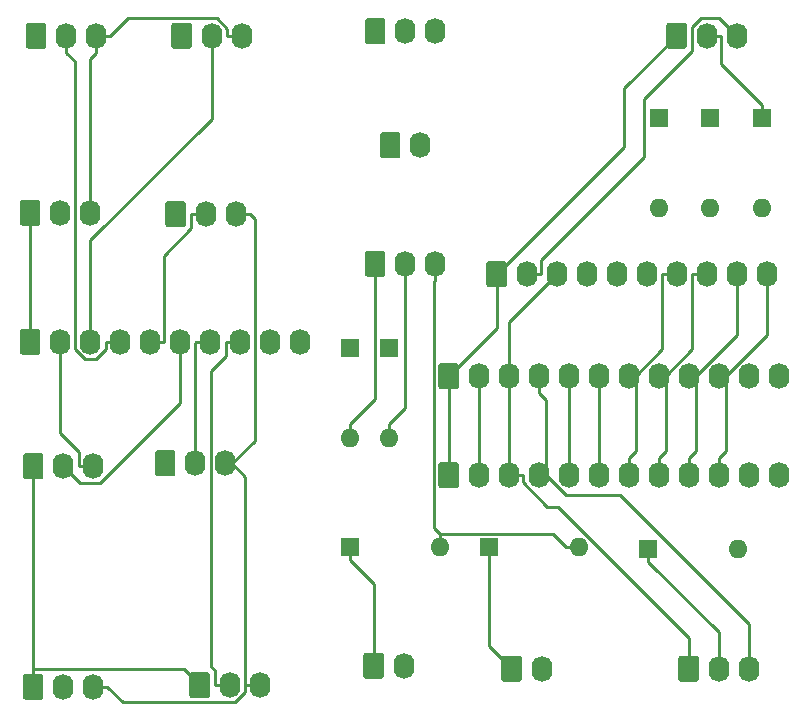
<source format=gbr>
G04 #@! TF.GenerationSoftware,KiCad,Pcbnew,(5.1.5-0-10_14)*
G04 #@! TF.CreationDate,2021-03-15T05:53:51+10:00*
G04 #@! TF.ProjectId,OH - Left Console - 7 - Communication Panel,4f48202d-204c-4656-9674-20436f6e736f,rev?*
G04 #@! TF.SameCoordinates,Original*
G04 #@! TF.FileFunction,Copper,L2,Bot*
G04 #@! TF.FilePolarity,Positive*
%FSLAX46Y46*%
G04 Gerber Fmt 4.6, Leading zero omitted, Abs format (unit mm)*
G04 Created by KiCad (PCBNEW (5.1.5-0-10_14)) date 2021-03-15 05:53:51*
%MOMM*%
%LPD*%
G04 APERTURE LIST*
%ADD10O,1.740000X2.200000*%
%ADD11C,0.100000*%
%ADD12O,1.600000X1.600000*%
%ADD13R,1.600000X1.600000*%
%ADD14C,0.250000*%
G04 APERTURE END LIST*
D10*
X116586000Y-121920000D03*
X114046000Y-121920000D03*
X111506000Y-121920000D03*
X108966000Y-121920000D03*
X106426000Y-121920000D03*
X103886000Y-121920000D03*
X101346000Y-121920000D03*
X98806000Y-121920000D03*
X96266000Y-121920000D03*
X93726000Y-121920000D03*
X91186000Y-121920000D03*
G04 #@! TA.AperFunction,ComponentPad*
D11*
G36*
X89290505Y-120821204D02*
G01*
X89314773Y-120824804D01*
X89338572Y-120830765D01*
X89361671Y-120839030D01*
X89383850Y-120849520D01*
X89404893Y-120862132D01*
X89424599Y-120876747D01*
X89442777Y-120893223D01*
X89459253Y-120911401D01*
X89473868Y-120931107D01*
X89486480Y-120952150D01*
X89496970Y-120974329D01*
X89505235Y-120997428D01*
X89511196Y-121021227D01*
X89514796Y-121045495D01*
X89516000Y-121069999D01*
X89516000Y-122770001D01*
X89514796Y-122794505D01*
X89511196Y-122818773D01*
X89505235Y-122842572D01*
X89496970Y-122865671D01*
X89486480Y-122887850D01*
X89473868Y-122908893D01*
X89459253Y-122928599D01*
X89442777Y-122946777D01*
X89424599Y-122963253D01*
X89404893Y-122977868D01*
X89383850Y-122990480D01*
X89361671Y-123000970D01*
X89338572Y-123009235D01*
X89314773Y-123015196D01*
X89290505Y-123018796D01*
X89266001Y-123020000D01*
X88025999Y-123020000D01*
X88001495Y-123018796D01*
X87977227Y-123015196D01*
X87953428Y-123009235D01*
X87930329Y-123000970D01*
X87908150Y-122990480D01*
X87887107Y-122977868D01*
X87867401Y-122963253D01*
X87849223Y-122946777D01*
X87832747Y-122928599D01*
X87818132Y-122908893D01*
X87805520Y-122887850D01*
X87795030Y-122865671D01*
X87786765Y-122842572D01*
X87780804Y-122818773D01*
X87777204Y-122794505D01*
X87776000Y-122770001D01*
X87776000Y-121069999D01*
X87777204Y-121045495D01*
X87780804Y-121021227D01*
X87786765Y-120997428D01*
X87795030Y-120974329D01*
X87805520Y-120952150D01*
X87818132Y-120931107D01*
X87832747Y-120911401D01*
X87849223Y-120893223D01*
X87867401Y-120876747D01*
X87887107Y-120862132D01*
X87908150Y-120849520D01*
X87930329Y-120839030D01*
X87953428Y-120830765D01*
X87977227Y-120824804D01*
X88001495Y-120821204D01*
X88025999Y-120820000D01*
X89266001Y-120820000D01*
X89290505Y-120821204D01*
G37*
G04 #@! TD.AperFunction*
D10*
X116586000Y-113538000D03*
X114046000Y-113538000D03*
X111506000Y-113538000D03*
X108966000Y-113538000D03*
X106426000Y-113538000D03*
X103886000Y-113538000D03*
X101346000Y-113538000D03*
X98806000Y-113538000D03*
X96266000Y-113538000D03*
X93726000Y-113538000D03*
X91186000Y-113538000D03*
G04 #@! TA.AperFunction,ComponentPad*
D11*
G36*
X89290505Y-112439204D02*
G01*
X89314773Y-112442804D01*
X89338572Y-112448765D01*
X89361671Y-112457030D01*
X89383850Y-112467520D01*
X89404893Y-112480132D01*
X89424599Y-112494747D01*
X89442777Y-112511223D01*
X89459253Y-112529401D01*
X89473868Y-112549107D01*
X89486480Y-112570150D01*
X89496970Y-112592329D01*
X89505235Y-112615428D01*
X89511196Y-112639227D01*
X89514796Y-112663495D01*
X89516000Y-112687999D01*
X89516000Y-114388001D01*
X89514796Y-114412505D01*
X89511196Y-114436773D01*
X89505235Y-114460572D01*
X89496970Y-114483671D01*
X89486480Y-114505850D01*
X89473868Y-114526893D01*
X89459253Y-114546599D01*
X89442777Y-114564777D01*
X89424599Y-114581253D01*
X89404893Y-114595868D01*
X89383850Y-114608480D01*
X89361671Y-114618970D01*
X89338572Y-114627235D01*
X89314773Y-114633196D01*
X89290505Y-114636796D01*
X89266001Y-114638000D01*
X88025999Y-114638000D01*
X88001495Y-114636796D01*
X87977227Y-114633196D01*
X87953428Y-114627235D01*
X87930329Y-114618970D01*
X87908150Y-114608480D01*
X87887107Y-114595868D01*
X87867401Y-114581253D01*
X87849223Y-114564777D01*
X87832747Y-114546599D01*
X87818132Y-114526893D01*
X87805520Y-114505850D01*
X87795030Y-114483671D01*
X87786765Y-114460572D01*
X87780804Y-114436773D01*
X87777204Y-114412505D01*
X87776000Y-114388001D01*
X87776000Y-112687999D01*
X87777204Y-112663495D01*
X87780804Y-112639227D01*
X87786765Y-112615428D01*
X87795030Y-112592329D01*
X87805520Y-112570150D01*
X87818132Y-112549107D01*
X87832747Y-112529401D01*
X87849223Y-112511223D01*
X87867401Y-112494747D01*
X87887107Y-112480132D01*
X87908150Y-112467520D01*
X87930329Y-112457030D01*
X87953428Y-112448765D01*
X87977227Y-112442804D01*
X88001495Y-112439204D01*
X88025999Y-112438000D01*
X89266001Y-112438000D01*
X89290505Y-112439204D01*
G37*
G04 #@! TD.AperFunction*
D10*
X76073000Y-110617000D03*
X73533000Y-110617000D03*
X70993000Y-110617000D03*
X68453000Y-110617000D03*
X65913000Y-110617000D03*
X63373000Y-110617000D03*
X60833000Y-110617000D03*
X58293000Y-110617000D03*
X55753000Y-110617000D03*
G04 #@! TA.AperFunction,ComponentPad*
D11*
G36*
X53857505Y-109518204D02*
G01*
X53881773Y-109521804D01*
X53905572Y-109527765D01*
X53928671Y-109536030D01*
X53950850Y-109546520D01*
X53971893Y-109559132D01*
X53991599Y-109573747D01*
X54009777Y-109590223D01*
X54026253Y-109608401D01*
X54040868Y-109628107D01*
X54053480Y-109649150D01*
X54063970Y-109671329D01*
X54072235Y-109694428D01*
X54078196Y-109718227D01*
X54081796Y-109742495D01*
X54083000Y-109766999D01*
X54083000Y-111467001D01*
X54081796Y-111491505D01*
X54078196Y-111515773D01*
X54072235Y-111539572D01*
X54063970Y-111562671D01*
X54053480Y-111584850D01*
X54040868Y-111605893D01*
X54026253Y-111625599D01*
X54009777Y-111643777D01*
X53991599Y-111660253D01*
X53971893Y-111674868D01*
X53950850Y-111687480D01*
X53928671Y-111697970D01*
X53905572Y-111706235D01*
X53881773Y-111712196D01*
X53857505Y-111715796D01*
X53833001Y-111717000D01*
X52592999Y-111717000D01*
X52568495Y-111715796D01*
X52544227Y-111712196D01*
X52520428Y-111706235D01*
X52497329Y-111697970D01*
X52475150Y-111687480D01*
X52454107Y-111674868D01*
X52434401Y-111660253D01*
X52416223Y-111643777D01*
X52399747Y-111625599D01*
X52385132Y-111605893D01*
X52372520Y-111584850D01*
X52362030Y-111562671D01*
X52353765Y-111539572D01*
X52347804Y-111515773D01*
X52344204Y-111491505D01*
X52343000Y-111467001D01*
X52343000Y-109766999D01*
X52344204Y-109742495D01*
X52347804Y-109718227D01*
X52353765Y-109694428D01*
X52362030Y-109671329D01*
X52372520Y-109649150D01*
X52385132Y-109628107D01*
X52399747Y-109608401D01*
X52416223Y-109590223D01*
X52434401Y-109573747D01*
X52454107Y-109559132D01*
X52475150Y-109546520D01*
X52497329Y-109536030D01*
X52520428Y-109527765D01*
X52544227Y-109521804D01*
X52568495Y-109518204D01*
X52592999Y-109517000D01*
X53833001Y-109517000D01*
X53857505Y-109518204D01*
G37*
G04 #@! TD.AperFunction*
D10*
X86233000Y-93980000D03*
G04 #@! TA.AperFunction,ComponentPad*
D11*
G36*
X84337505Y-92881204D02*
G01*
X84361773Y-92884804D01*
X84385572Y-92890765D01*
X84408671Y-92899030D01*
X84430850Y-92909520D01*
X84451893Y-92922132D01*
X84471599Y-92936747D01*
X84489777Y-92953223D01*
X84506253Y-92971401D01*
X84520868Y-92991107D01*
X84533480Y-93012150D01*
X84543970Y-93034329D01*
X84552235Y-93057428D01*
X84558196Y-93081227D01*
X84561796Y-93105495D01*
X84563000Y-93129999D01*
X84563000Y-94830001D01*
X84561796Y-94854505D01*
X84558196Y-94878773D01*
X84552235Y-94902572D01*
X84543970Y-94925671D01*
X84533480Y-94947850D01*
X84520868Y-94968893D01*
X84506253Y-94988599D01*
X84489777Y-95006777D01*
X84471599Y-95023253D01*
X84451893Y-95037868D01*
X84430850Y-95050480D01*
X84408671Y-95060970D01*
X84385572Y-95069235D01*
X84361773Y-95075196D01*
X84337505Y-95078796D01*
X84313001Y-95080000D01*
X83072999Y-95080000D01*
X83048495Y-95078796D01*
X83024227Y-95075196D01*
X83000428Y-95069235D01*
X82977329Y-95060970D01*
X82955150Y-95050480D01*
X82934107Y-95037868D01*
X82914401Y-95023253D01*
X82896223Y-95006777D01*
X82879747Y-94988599D01*
X82865132Y-94968893D01*
X82852520Y-94947850D01*
X82842030Y-94925671D01*
X82833765Y-94902572D01*
X82827804Y-94878773D01*
X82824204Y-94854505D01*
X82823000Y-94830001D01*
X82823000Y-93129999D01*
X82824204Y-93105495D01*
X82827804Y-93081227D01*
X82833765Y-93057428D01*
X82842030Y-93034329D01*
X82852520Y-93012150D01*
X82865132Y-92991107D01*
X82879747Y-92971401D01*
X82896223Y-92953223D01*
X82914401Y-92936747D01*
X82934107Y-92922132D01*
X82955150Y-92909520D01*
X82977329Y-92899030D01*
X83000428Y-92890765D01*
X83024227Y-92884804D01*
X83048495Y-92881204D01*
X83072999Y-92880000D01*
X84313001Y-92880000D01*
X84337505Y-92881204D01*
G37*
G04 #@! TD.AperFunction*
D10*
X96520000Y-138303000D03*
G04 #@! TA.AperFunction,ComponentPad*
D11*
G36*
X94624505Y-137204204D02*
G01*
X94648773Y-137207804D01*
X94672572Y-137213765D01*
X94695671Y-137222030D01*
X94717850Y-137232520D01*
X94738893Y-137245132D01*
X94758599Y-137259747D01*
X94776777Y-137276223D01*
X94793253Y-137294401D01*
X94807868Y-137314107D01*
X94820480Y-137335150D01*
X94830970Y-137357329D01*
X94839235Y-137380428D01*
X94845196Y-137404227D01*
X94848796Y-137428495D01*
X94850000Y-137452999D01*
X94850000Y-139153001D01*
X94848796Y-139177505D01*
X94845196Y-139201773D01*
X94839235Y-139225572D01*
X94830970Y-139248671D01*
X94820480Y-139270850D01*
X94807868Y-139291893D01*
X94793253Y-139311599D01*
X94776777Y-139329777D01*
X94758599Y-139346253D01*
X94738893Y-139360868D01*
X94717850Y-139373480D01*
X94695671Y-139383970D01*
X94672572Y-139392235D01*
X94648773Y-139398196D01*
X94624505Y-139401796D01*
X94600001Y-139403000D01*
X93359999Y-139403000D01*
X93335495Y-139401796D01*
X93311227Y-139398196D01*
X93287428Y-139392235D01*
X93264329Y-139383970D01*
X93242150Y-139373480D01*
X93221107Y-139360868D01*
X93201401Y-139346253D01*
X93183223Y-139329777D01*
X93166747Y-139311599D01*
X93152132Y-139291893D01*
X93139520Y-139270850D01*
X93129030Y-139248671D01*
X93120765Y-139225572D01*
X93114804Y-139201773D01*
X93111204Y-139177505D01*
X93110000Y-139153001D01*
X93110000Y-137452999D01*
X93111204Y-137428495D01*
X93114804Y-137404227D01*
X93120765Y-137380428D01*
X93129030Y-137357329D01*
X93139520Y-137335150D01*
X93152132Y-137314107D01*
X93166747Y-137294401D01*
X93183223Y-137276223D01*
X93201401Y-137259747D01*
X93221107Y-137245132D01*
X93242150Y-137232520D01*
X93264329Y-137222030D01*
X93287428Y-137213765D01*
X93311227Y-137207804D01*
X93335495Y-137204204D01*
X93359999Y-137203000D01*
X94600001Y-137203000D01*
X94624505Y-137204204D01*
G37*
G04 #@! TD.AperFunction*
D10*
X84836000Y-138049000D03*
G04 #@! TA.AperFunction,ComponentPad*
D11*
G36*
X82940505Y-136950204D02*
G01*
X82964773Y-136953804D01*
X82988572Y-136959765D01*
X83011671Y-136968030D01*
X83033850Y-136978520D01*
X83054893Y-136991132D01*
X83074599Y-137005747D01*
X83092777Y-137022223D01*
X83109253Y-137040401D01*
X83123868Y-137060107D01*
X83136480Y-137081150D01*
X83146970Y-137103329D01*
X83155235Y-137126428D01*
X83161196Y-137150227D01*
X83164796Y-137174495D01*
X83166000Y-137198999D01*
X83166000Y-138899001D01*
X83164796Y-138923505D01*
X83161196Y-138947773D01*
X83155235Y-138971572D01*
X83146970Y-138994671D01*
X83136480Y-139016850D01*
X83123868Y-139037893D01*
X83109253Y-139057599D01*
X83092777Y-139075777D01*
X83074599Y-139092253D01*
X83054893Y-139106868D01*
X83033850Y-139119480D01*
X83011671Y-139129970D01*
X82988572Y-139138235D01*
X82964773Y-139144196D01*
X82940505Y-139147796D01*
X82916001Y-139149000D01*
X81675999Y-139149000D01*
X81651495Y-139147796D01*
X81627227Y-139144196D01*
X81603428Y-139138235D01*
X81580329Y-139129970D01*
X81558150Y-139119480D01*
X81537107Y-139106868D01*
X81517401Y-139092253D01*
X81499223Y-139075777D01*
X81482747Y-139057599D01*
X81468132Y-139037893D01*
X81455520Y-139016850D01*
X81445030Y-138994671D01*
X81436765Y-138971572D01*
X81430804Y-138947773D01*
X81427204Y-138923505D01*
X81426000Y-138899001D01*
X81426000Y-137198999D01*
X81427204Y-137174495D01*
X81430804Y-137150227D01*
X81436765Y-137126428D01*
X81445030Y-137103329D01*
X81455520Y-137081150D01*
X81468132Y-137060107D01*
X81482747Y-137040401D01*
X81499223Y-137022223D01*
X81517401Y-137005747D01*
X81537107Y-136991132D01*
X81558150Y-136978520D01*
X81580329Y-136968030D01*
X81603428Y-136959765D01*
X81627227Y-136953804D01*
X81651495Y-136950204D01*
X81675999Y-136949000D01*
X82916001Y-136949000D01*
X82940505Y-136950204D01*
G37*
G04 #@! TD.AperFunction*
D10*
X87503000Y-84328000D03*
X84963000Y-84328000D03*
G04 #@! TA.AperFunction,ComponentPad*
D11*
G36*
X83067505Y-83229204D02*
G01*
X83091773Y-83232804D01*
X83115572Y-83238765D01*
X83138671Y-83247030D01*
X83160850Y-83257520D01*
X83181893Y-83270132D01*
X83201599Y-83284747D01*
X83219777Y-83301223D01*
X83236253Y-83319401D01*
X83250868Y-83339107D01*
X83263480Y-83360150D01*
X83273970Y-83382329D01*
X83282235Y-83405428D01*
X83288196Y-83429227D01*
X83291796Y-83453495D01*
X83293000Y-83477999D01*
X83293000Y-85178001D01*
X83291796Y-85202505D01*
X83288196Y-85226773D01*
X83282235Y-85250572D01*
X83273970Y-85273671D01*
X83263480Y-85295850D01*
X83250868Y-85316893D01*
X83236253Y-85336599D01*
X83219777Y-85354777D01*
X83201599Y-85371253D01*
X83181893Y-85385868D01*
X83160850Y-85398480D01*
X83138671Y-85408970D01*
X83115572Y-85417235D01*
X83091773Y-85423196D01*
X83067505Y-85426796D01*
X83043001Y-85428000D01*
X81802999Y-85428000D01*
X81778495Y-85426796D01*
X81754227Y-85423196D01*
X81730428Y-85417235D01*
X81707329Y-85408970D01*
X81685150Y-85398480D01*
X81664107Y-85385868D01*
X81644401Y-85371253D01*
X81626223Y-85354777D01*
X81609747Y-85336599D01*
X81595132Y-85316893D01*
X81582520Y-85295850D01*
X81572030Y-85273671D01*
X81563765Y-85250572D01*
X81557804Y-85226773D01*
X81554204Y-85202505D01*
X81553000Y-85178001D01*
X81553000Y-83477999D01*
X81554204Y-83453495D01*
X81557804Y-83429227D01*
X81563765Y-83405428D01*
X81572030Y-83382329D01*
X81582520Y-83360150D01*
X81595132Y-83339107D01*
X81609747Y-83319401D01*
X81626223Y-83301223D01*
X81644401Y-83284747D01*
X81664107Y-83270132D01*
X81685150Y-83257520D01*
X81707329Y-83247030D01*
X81730428Y-83238765D01*
X81754227Y-83232804D01*
X81778495Y-83229204D01*
X81802999Y-83228000D01*
X83043001Y-83228000D01*
X83067505Y-83229204D01*
G37*
G04 #@! TD.AperFunction*
D10*
X113030000Y-84709000D03*
X110490000Y-84709000D03*
G04 #@! TA.AperFunction,ComponentPad*
D11*
G36*
X108594505Y-83610204D02*
G01*
X108618773Y-83613804D01*
X108642572Y-83619765D01*
X108665671Y-83628030D01*
X108687850Y-83638520D01*
X108708893Y-83651132D01*
X108728599Y-83665747D01*
X108746777Y-83682223D01*
X108763253Y-83700401D01*
X108777868Y-83720107D01*
X108790480Y-83741150D01*
X108800970Y-83763329D01*
X108809235Y-83786428D01*
X108815196Y-83810227D01*
X108818796Y-83834495D01*
X108820000Y-83858999D01*
X108820000Y-85559001D01*
X108818796Y-85583505D01*
X108815196Y-85607773D01*
X108809235Y-85631572D01*
X108800970Y-85654671D01*
X108790480Y-85676850D01*
X108777868Y-85697893D01*
X108763253Y-85717599D01*
X108746777Y-85735777D01*
X108728599Y-85752253D01*
X108708893Y-85766868D01*
X108687850Y-85779480D01*
X108665671Y-85789970D01*
X108642572Y-85798235D01*
X108618773Y-85804196D01*
X108594505Y-85807796D01*
X108570001Y-85809000D01*
X107329999Y-85809000D01*
X107305495Y-85807796D01*
X107281227Y-85804196D01*
X107257428Y-85798235D01*
X107234329Y-85789970D01*
X107212150Y-85779480D01*
X107191107Y-85766868D01*
X107171401Y-85752253D01*
X107153223Y-85735777D01*
X107136747Y-85717599D01*
X107122132Y-85697893D01*
X107109520Y-85676850D01*
X107099030Y-85654671D01*
X107090765Y-85631572D01*
X107084804Y-85607773D01*
X107081204Y-85583505D01*
X107080000Y-85559001D01*
X107080000Y-83858999D01*
X107081204Y-83834495D01*
X107084804Y-83810227D01*
X107090765Y-83786428D01*
X107099030Y-83763329D01*
X107109520Y-83741150D01*
X107122132Y-83720107D01*
X107136747Y-83700401D01*
X107153223Y-83682223D01*
X107171401Y-83665747D01*
X107191107Y-83651132D01*
X107212150Y-83638520D01*
X107234329Y-83628030D01*
X107257428Y-83619765D01*
X107281227Y-83613804D01*
X107305495Y-83610204D01*
X107329999Y-83609000D01*
X108570001Y-83609000D01*
X108594505Y-83610204D01*
G37*
G04 #@! TD.AperFunction*
D10*
X114046000Y-138303000D03*
X111506000Y-138303000D03*
G04 #@! TA.AperFunction,ComponentPad*
D11*
G36*
X109610505Y-137204204D02*
G01*
X109634773Y-137207804D01*
X109658572Y-137213765D01*
X109681671Y-137222030D01*
X109703850Y-137232520D01*
X109724893Y-137245132D01*
X109744599Y-137259747D01*
X109762777Y-137276223D01*
X109779253Y-137294401D01*
X109793868Y-137314107D01*
X109806480Y-137335150D01*
X109816970Y-137357329D01*
X109825235Y-137380428D01*
X109831196Y-137404227D01*
X109834796Y-137428495D01*
X109836000Y-137452999D01*
X109836000Y-139153001D01*
X109834796Y-139177505D01*
X109831196Y-139201773D01*
X109825235Y-139225572D01*
X109816970Y-139248671D01*
X109806480Y-139270850D01*
X109793868Y-139291893D01*
X109779253Y-139311599D01*
X109762777Y-139329777D01*
X109744599Y-139346253D01*
X109724893Y-139360868D01*
X109703850Y-139373480D01*
X109681671Y-139383970D01*
X109658572Y-139392235D01*
X109634773Y-139398196D01*
X109610505Y-139401796D01*
X109586001Y-139403000D01*
X108345999Y-139403000D01*
X108321495Y-139401796D01*
X108297227Y-139398196D01*
X108273428Y-139392235D01*
X108250329Y-139383970D01*
X108228150Y-139373480D01*
X108207107Y-139360868D01*
X108187401Y-139346253D01*
X108169223Y-139329777D01*
X108152747Y-139311599D01*
X108138132Y-139291893D01*
X108125520Y-139270850D01*
X108115030Y-139248671D01*
X108106765Y-139225572D01*
X108100804Y-139201773D01*
X108097204Y-139177505D01*
X108096000Y-139153001D01*
X108096000Y-137452999D01*
X108097204Y-137428495D01*
X108100804Y-137404227D01*
X108106765Y-137380428D01*
X108115030Y-137357329D01*
X108125520Y-137335150D01*
X108138132Y-137314107D01*
X108152747Y-137294401D01*
X108169223Y-137276223D01*
X108187401Y-137259747D01*
X108207107Y-137245132D01*
X108228150Y-137232520D01*
X108250329Y-137222030D01*
X108273428Y-137213765D01*
X108297227Y-137207804D01*
X108321495Y-137204204D01*
X108345999Y-137203000D01*
X109586001Y-137203000D01*
X109610505Y-137204204D01*
G37*
G04 #@! TD.AperFunction*
D10*
X58293000Y-99695000D03*
X55753000Y-99695000D03*
G04 #@! TA.AperFunction,ComponentPad*
D11*
G36*
X53857505Y-98596204D02*
G01*
X53881773Y-98599804D01*
X53905572Y-98605765D01*
X53928671Y-98614030D01*
X53950850Y-98624520D01*
X53971893Y-98637132D01*
X53991599Y-98651747D01*
X54009777Y-98668223D01*
X54026253Y-98686401D01*
X54040868Y-98706107D01*
X54053480Y-98727150D01*
X54063970Y-98749329D01*
X54072235Y-98772428D01*
X54078196Y-98796227D01*
X54081796Y-98820495D01*
X54083000Y-98844999D01*
X54083000Y-100545001D01*
X54081796Y-100569505D01*
X54078196Y-100593773D01*
X54072235Y-100617572D01*
X54063970Y-100640671D01*
X54053480Y-100662850D01*
X54040868Y-100683893D01*
X54026253Y-100703599D01*
X54009777Y-100721777D01*
X53991599Y-100738253D01*
X53971893Y-100752868D01*
X53950850Y-100765480D01*
X53928671Y-100775970D01*
X53905572Y-100784235D01*
X53881773Y-100790196D01*
X53857505Y-100793796D01*
X53833001Y-100795000D01*
X52592999Y-100795000D01*
X52568495Y-100793796D01*
X52544227Y-100790196D01*
X52520428Y-100784235D01*
X52497329Y-100775970D01*
X52475150Y-100765480D01*
X52454107Y-100752868D01*
X52434401Y-100738253D01*
X52416223Y-100721777D01*
X52399747Y-100703599D01*
X52385132Y-100683893D01*
X52372520Y-100662850D01*
X52362030Y-100640671D01*
X52353765Y-100617572D01*
X52347804Y-100593773D01*
X52344204Y-100569505D01*
X52343000Y-100545001D01*
X52343000Y-98844999D01*
X52344204Y-98820495D01*
X52347804Y-98796227D01*
X52353765Y-98772428D01*
X52362030Y-98749329D01*
X52372520Y-98727150D01*
X52385132Y-98706107D01*
X52399747Y-98686401D01*
X52416223Y-98668223D01*
X52434401Y-98651747D01*
X52454107Y-98637132D01*
X52475150Y-98624520D01*
X52497329Y-98614030D01*
X52520428Y-98605765D01*
X52544227Y-98599804D01*
X52568495Y-98596204D01*
X52592999Y-98595000D01*
X53833001Y-98595000D01*
X53857505Y-98596204D01*
G37*
G04 #@! TD.AperFunction*
D10*
X58547000Y-121158000D03*
X56007000Y-121158000D03*
G04 #@! TA.AperFunction,ComponentPad*
D11*
G36*
X54111505Y-120059204D02*
G01*
X54135773Y-120062804D01*
X54159572Y-120068765D01*
X54182671Y-120077030D01*
X54204850Y-120087520D01*
X54225893Y-120100132D01*
X54245599Y-120114747D01*
X54263777Y-120131223D01*
X54280253Y-120149401D01*
X54294868Y-120169107D01*
X54307480Y-120190150D01*
X54317970Y-120212329D01*
X54326235Y-120235428D01*
X54332196Y-120259227D01*
X54335796Y-120283495D01*
X54337000Y-120307999D01*
X54337000Y-122008001D01*
X54335796Y-122032505D01*
X54332196Y-122056773D01*
X54326235Y-122080572D01*
X54317970Y-122103671D01*
X54307480Y-122125850D01*
X54294868Y-122146893D01*
X54280253Y-122166599D01*
X54263777Y-122184777D01*
X54245599Y-122201253D01*
X54225893Y-122215868D01*
X54204850Y-122228480D01*
X54182671Y-122238970D01*
X54159572Y-122247235D01*
X54135773Y-122253196D01*
X54111505Y-122256796D01*
X54087001Y-122258000D01*
X52846999Y-122258000D01*
X52822495Y-122256796D01*
X52798227Y-122253196D01*
X52774428Y-122247235D01*
X52751329Y-122238970D01*
X52729150Y-122228480D01*
X52708107Y-122215868D01*
X52688401Y-122201253D01*
X52670223Y-122184777D01*
X52653747Y-122166599D01*
X52639132Y-122146893D01*
X52626520Y-122125850D01*
X52616030Y-122103671D01*
X52607765Y-122080572D01*
X52601804Y-122056773D01*
X52598204Y-122032505D01*
X52597000Y-122008001D01*
X52597000Y-120307999D01*
X52598204Y-120283495D01*
X52601804Y-120259227D01*
X52607765Y-120235428D01*
X52616030Y-120212329D01*
X52626520Y-120190150D01*
X52639132Y-120169107D01*
X52653747Y-120149401D01*
X52670223Y-120131223D01*
X52688401Y-120114747D01*
X52708107Y-120100132D01*
X52729150Y-120087520D01*
X52751329Y-120077030D01*
X52774428Y-120068765D01*
X52798227Y-120062804D01*
X52822495Y-120059204D01*
X52846999Y-120058000D01*
X54087001Y-120058000D01*
X54111505Y-120059204D01*
G37*
G04 #@! TD.AperFunction*
D10*
X58547000Y-139827000D03*
X56007000Y-139827000D03*
G04 #@! TA.AperFunction,ComponentPad*
D11*
G36*
X54111505Y-138728204D02*
G01*
X54135773Y-138731804D01*
X54159572Y-138737765D01*
X54182671Y-138746030D01*
X54204850Y-138756520D01*
X54225893Y-138769132D01*
X54245599Y-138783747D01*
X54263777Y-138800223D01*
X54280253Y-138818401D01*
X54294868Y-138838107D01*
X54307480Y-138859150D01*
X54317970Y-138881329D01*
X54326235Y-138904428D01*
X54332196Y-138928227D01*
X54335796Y-138952495D01*
X54337000Y-138976999D01*
X54337000Y-140677001D01*
X54335796Y-140701505D01*
X54332196Y-140725773D01*
X54326235Y-140749572D01*
X54317970Y-140772671D01*
X54307480Y-140794850D01*
X54294868Y-140815893D01*
X54280253Y-140835599D01*
X54263777Y-140853777D01*
X54245599Y-140870253D01*
X54225893Y-140884868D01*
X54204850Y-140897480D01*
X54182671Y-140907970D01*
X54159572Y-140916235D01*
X54135773Y-140922196D01*
X54111505Y-140925796D01*
X54087001Y-140927000D01*
X52846999Y-140927000D01*
X52822495Y-140925796D01*
X52798227Y-140922196D01*
X52774428Y-140916235D01*
X52751329Y-140907970D01*
X52729150Y-140897480D01*
X52708107Y-140884868D01*
X52688401Y-140870253D01*
X52670223Y-140853777D01*
X52653747Y-140835599D01*
X52639132Y-140815893D01*
X52626520Y-140794850D01*
X52616030Y-140772671D01*
X52607765Y-140749572D01*
X52601804Y-140725773D01*
X52598204Y-140701505D01*
X52597000Y-140677001D01*
X52597000Y-138976999D01*
X52598204Y-138952495D01*
X52601804Y-138928227D01*
X52607765Y-138904428D01*
X52616030Y-138881329D01*
X52626520Y-138859150D01*
X52639132Y-138838107D01*
X52653747Y-138818401D01*
X52670223Y-138800223D01*
X52688401Y-138783747D01*
X52708107Y-138769132D01*
X52729150Y-138756520D01*
X52751329Y-138746030D01*
X52774428Y-138737765D01*
X52798227Y-138731804D01*
X52822495Y-138728204D01*
X52846999Y-138727000D01*
X54087001Y-138727000D01*
X54111505Y-138728204D01*
G37*
G04 #@! TD.AperFunction*
D10*
X70612000Y-99822000D03*
X68072000Y-99822000D03*
G04 #@! TA.AperFunction,ComponentPad*
D11*
G36*
X66176505Y-98723204D02*
G01*
X66200773Y-98726804D01*
X66224572Y-98732765D01*
X66247671Y-98741030D01*
X66269850Y-98751520D01*
X66290893Y-98764132D01*
X66310599Y-98778747D01*
X66328777Y-98795223D01*
X66345253Y-98813401D01*
X66359868Y-98833107D01*
X66372480Y-98854150D01*
X66382970Y-98876329D01*
X66391235Y-98899428D01*
X66397196Y-98923227D01*
X66400796Y-98947495D01*
X66402000Y-98971999D01*
X66402000Y-100672001D01*
X66400796Y-100696505D01*
X66397196Y-100720773D01*
X66391235Y-100744572D01*
X66382970Y-100767671D01*
X66372480Y-100789850D01*
X66359868Y-100810893D01*
X66345253Y-100830599D01*
X66328777Y-100848777D01*
X66310599Y-100865253D01*
X66290893Y-100879868D01*
X66269850Y-100892480D01*
X66247671Y-100902970D01*
X66224572Y-100911235D01*
X66200773Y-100917196D01*
X66176505Y-100920796D01*
X66152001Y-100922000D01*
X64911999Y-100922000D01*
X64887495Y-100920796D01*
X64863227Y-100917196D01*
X64839428Y-100911235D01*
X64816329Y-100902970D01*
X64794150Y-100892480D01*
X64773107Y-100879868D01*
X64753401Y-100865253D01*
X64735223Y-100848777D01*
X64718747Y-100830599D01*
X64704132Y-100810893D01*
X64691520Y-100789850D01*
X64681030Y-100767671D01*
X64672765Y-100744572D01*
X64666804Y-100720773D01*
X64663204Y-100696505D01*
X64662000Y-100672001D01*
X64662000Y-98971999D01*
X64663204Y-98947495D01*
X64666804Y-98923227D01*
X64672765Y-98899428D01*
X64681030Y-98876329D01*
X64691520Y-98854150D01*
X64704132Y-98833107D01*
X64718747Y-98813401D01*
X64735223Y-98795223D01*
X64753401Y-98778747D01*
X64773107Y-98764132D01*
X64794150Y-98751520D01*
X64816329Y-98741030D01*
X64839428Y-98732765D01*
X64863227Y-98726804D01*
X64887495Y-98723204D01*
X64911999Y-98722000D01*
X66152001Y-98722000D01*
X66176505Y-98723204D01*
G37*
G04 #@! TD.AperFunction*
D10*
X72644000Y-139700000D03*
X70104000Y-139700000D03*
G04 #@! TA.AperFunction,ComponentPad*
D11*
G36*
X68208505Y-138601204D02*
G01*
X68232773Y-138604804D01*
X68256572Y-138610765D01*
X68279671Y-138619030D01*
X68301850Y-138629520D01*
X68322893Y-138642132D01*
X68342599Y-138656747D01*
X68360777Y-138673223D01*
X68377253Y-138691401D01*
X68391868Y-138711107D01*
X68404480Y-138732150D01*
X68414970Y-138754329D01*
X68423235Y-138777428D01*
X68429196Y-138801227D01*
X68432796Y-138825495D01*
X68434000Y-138849999D01*
X68434000Y-140550001D01*
X68432796Y-140574505D01*
X68429196Y-140598773D01*
X68423235Y-140622572D01*
X68414970Y-140645671D01*
X68404480Y-140667850D01*
X68391868Y-140688893D01*
X68377253Y-140708599D01*
X68360777Y-140726777D01*
X68342599Y-140743253D01*
X68322893Y-140757868D01*
X68301850Y-140770480D01*
X68279671Y-140780970D01*
X68256572Y-140789235D01*
X68232773Y-140795196D01*
X68208505Y-140798796D01*
X68184001Y-140800000D01*
X66943999Y-140800000D01*
X66919495Y-140798796D01*
X66895227Y-140795196D01*
X66871428Y-140789235D01*
X66848329Y-140780970D01*
X66826150Y-140770480D01*
X66805107Y-140757868D01*
X66785401Y-140743253D01*
X66767223Y-140726777D01*
X66750747Y-140708599D01*
X66736132Y-140688893D01*
X66723520Y-140667850D01*
X66713030Y-140645671D01*
X66704765Y-140622572D01*
X66698804Y-140598773D01*
X66695204Y-140574505D01*
X66694000Y-140550001D01*
X66694000Y-138849999D01*
X66695204Y-138825495D01*
X66698804Y-138801227D01*
X66704765Y-138777428D01*
X66713030Y-138754329D01*
X66723520Y-138732150D01*
X66736132Y-138711107D01*
X66750747Y-138691401D01*
X66767223Y-138673223D01*
X66785401Y-138656747D01*
X66805107Y-138642132D01*
X66826150Y-138629520D01*
X66848329Y-138619030D01*
X66871428Y-138610765D01*
X66895227Y-138604804D01*
X66919495Y-138601204D01*
X66943999Y-138600000D01*
X68184001Y-138600000D01*
X68208505Y-138601204D01*
G37*
G04 #@! TD.AperFunction*
D10*
X58801000Y-84709000D03*
X56261000Y-84709000D03*
G04 #@! TA.AperFunction,ComponentPad*
D11*
G36*
X54365505Y-83610204D02*
G01*
X54389773Y-83613804D01*
X54413572Y-83619765D01*
X54436671Y-83628030D01*
X54458850Y-83638520D01*
X54479893Y-83651132D01*
X54499599Y-83665747D01*
X54517777Y-83682223D01*
X54534253Y-83700401D01*
X54548868Y-83720107D01*
X54561480Y-83741150D01*
X54571970Y-83763329D01*
X54580235Y-83786428D01*
X54586196Y-83810227D01*
X54589796Y-83834495D01*
X54591000Y-83858999D01*
X54591000Y-85559001D01*
X54589796Y-85583505D01*
X54586196Y-85607773D01*
X54580235Y-85631572D01*
X54571970Y-85654671D01*
X54561480Y-85676850D01*
X54548868Y-85697893D01*
X54534253Y-85717599D01*
X54517777Y-85735777D01*
X54499599Y-85752253D01*
X54479893Y-85766868D01*
X54458850Y-85779480D01*
X54436671Y-85789970D01*
X54413572Y-85798235D01*
X54389773Y-85804196D01*
X54365505Y-85807796D01*
X54341001Y-85809000D01*
X53100999Y-85809000D01*
X53076495Y-85807796D01*
X53052227Y-85804196D01*
X53028428Y-85798235D01*
X53005329Y-85789970D01*
X52983150Y-85779480D01*
X52962107Y-85766868D01*
X52942401Y-85752253D01*
X52924223Y-85735777D01*
X52907747Y-85717599D01*
X52893132Y-85697893D01*
X52880520Y-85676850D01*
X52870030Y-85654671D01*
X52861765Y-85631572D01*
X52855804Y-85607773D01*
X52852204Y-85583505D01*
X52851000Y-85559001D01*
X52851000Y-83858999D01*
X52852204Y-83834495D01*
X52855804Y-83810227D01*
X52861765Y-83786428D01*
X52870030Y-83763329D01*
X52880520Y-83741150D01*
X52893132Y-83720107D01*
X52907747Y-83700401D01*
X52924223Y-83682223D01*
X52942401Y-83665747D01*
X52962107Y-83651132D01*
X52983150Y-83638520D01*
X53005329Y-83628030D01*
X53028428Y-83619765D01*
X53052227Y-83613804D01*
X53076495Y-83610204D01*
X53100999Y-83609000D01*
X54341001Y-83609000D01*
X54365505Y-83610204D01*
G37*
G04 #@! TD.AperFunction*
D10*
X69723000Y-120904000D03*
X67183000Y-120904000D03*
G04 #@! TA.AperFunction,ComponentPad*
D11*
G36*
X65287505Y-119805204D02*
G01*
X65311773Y-119808804D01*
X65335572Y-119814765D01*
X65358671Y-119823030D01*
X65380850Y-119833520D01*
X65401893Y-119846132D01*
X65421599Y-119860747D01*
X65439777Y-119877223D01*
X65456253Y-119895401D01*
X65470868Y-119915107D01*
X65483480Y-119936150D01*
X65493970Y-119958329D01*
X65502235Y-119981428D01*
X65508196Y-120005227D01*
X65511796Y-120029495D01*
X65513000Y-120053999D01*
X65513000Y-121754001D01*
X65511796Y-121778505D01*
X65508196Y-121802773D01*
X65502235Y-121826572D01*
X65493970Y-121849671D01*
X65483480Y-121871850D01*
X65470868Y-121892893D01*
X65456253Y-121912599D01*
X65439777Y-121930777D01*
X65421599Y-121947253D01*
X65401893Y-121961868D01*
X65380850Y-121974480D01*
X65358671Y-121984970D01*
X65335572Y-121993235D01*
X65311773Y-121999196D01*
X65287505Y-122002796D01*
X65263001Y-122004000D01*
X64022999Y-122004000D01*
X63998495Y-122002796D01*
X63974227Y-121999196D01*
X63950428Y-121993235D01*
X63927329Y-121984970D01*
X63905150Y-121974480D01*
X63884107Y-121961868D01*
X63864401Y-121947253D01*
X63846223Y-121930777D01*
X63829747Y-121912599D01*
X63815132Y-121892893D01*
X63802520Y-121871850D01*
X63792030Y-121849671D01*
X63783765Y-121826572D01*
X63777804Y-121802773D01*
X63774204Y-121778505D01*
X63773000Y-121754001D01*
X63773000Y-120053999D01*
X63774204Y-120029495D01*
X63777804Y-120005227D01*
X63783765Y-119981428D01*
X63792030Y-119958329D01*
X63802520Y-119936150D01*
X63815132Y-119915107D01*
X63829747Y-119895401D01*
X63846223Y-119877223D01*
X63864401Y-119860747D01*
X63884107Y-119846132D01*
X63905150Y-119833520D01*
X63927329Y-119823030D01*
X63950428Y-119814765D01*
X63974227Y-119808804D01*
X63998495Y-119805204D01*
X64022999Y-119804000D01*
X65263001Y-119804000D01*
X65287505Y-119805204D01*
G37*
G04 #@! TD.AperFunction*
D10*
X71120000Y-84709000D03*
X68580000Y-84709000D03*
G04 #@! TA.AperFunction,ComponentPad*
D11*
G36*
X66684505Y-83610204D02*
G01*
X66708773Y-83613804D01*
X66732572Y-83619765D01*
X66755671Y-83628030D01*
X66777850Y-83638520D01*
X66798893Y-83651132D01*
X66818599Y-83665747D01*
X66836777Y-83682223D01*
X66853253Y-83700401D01*
X66867868Y-83720107D01*
X66880480Y-83741150D01*
X66890970Y-83763329D01*
X66899235Y-83786428D01*
X66905196Y-83810227D01*
X66908796Y-83834495D01*
X66910000Y-83858999D01*
X66910000Y-85559001D01*
X66908796Y-85583505D01*
X66905196Y-85607773D01*
X66899235Y-85631572D01*
X66890970Y-85654671D01*
X66880480Y-85676850D01*
X66867868Y-85697893D01*
X66853253Y-85717599D01*
X66836777Y-85735777D01*
X66818599Y-85752253D01*
X66798893Y-85766868D01*
X66777850Y-85779480D01*
X66755671Y-85789970D01*
X66732572Y-85798235D01*
X66708773Y-85804196D01*
X66684505Y-85807796D01*
X66660001Y-85809000D01*
X65419999Y-85809000D01*
X65395495Y-85807796D01*
X65371227Y-85804196D01*
X65347428Y-85798235D01*
X65324329Y-85789970D01*
X65302150Y-85779480D01*
X65281107Y-85766868D01*
X65261401Y-85752253D01*
X65243223Y-85735777D01*
X65226747Y-85717599D01*
X65212132Y-85697893D01*
X65199520Y-85676850D01*
X65189030Y-85654671D01*
X65180765Y-85631572D01*
X65174804Y-85607773D01*
X65171204Y-85583505D01*
X65170000Y-85559001D01*
X65170000Y-83858999D01*
X65171204Y-83834495D01*
X65174804Y-83810227D01*
X65180765Y-83786428D01*
X65189030Y-83763329D01*
X65199520Y-83741150D01*
X65212132Y-83720107D01*
X65226747Y-83700401D01*
X65243223Y-83682223D01*
X65261401Y-83665747D01*
X65281107Y-83651132D01*
X65302150Y-83638520D01*
X65324329Y-83628030D01*
X65347428Y-83619765D01*
X65371227Y-83613804D01*
X65395495Y-83610204D01*
X65419999Y-83609000D01*
X66660001Y-83609000D01*
X66684505Y-83610204D01*
G37*
G04 #@! TD.AperFunction*
D10*
X115570000Y-104902000D03*
X113030000Y-104902000D03*
X110490000Y-104902000D03*
X107950000Y-104902000D03*
X105410000Y-104902000D03*
X102870000Y-104902000D03*
X100330000Y-104902000D03*
X97790000Y-104902000D03*
X95250000Y-104902000D03*
G04 #@! TA.AperFunction,ComponentPad*
D11*
G36*
X93354505Y-103803204D02*
G01*
X93378773Y-103806804D01*
X93402572Y-103812765D01*
X93425671Y-103821030D01*
X93447850Y-103831520D01*
X93468893Y-103844132D01*
X93488599Y-103858747D01*
X93506777Y-103875223D01*
X93523253Y-103893401D01*
X93537868Y-103913107D01*
X93550480Y-103934150D01*
X93560970Y-103956329D01*
X93569235Y-103979428D01*
X93575196Y-104003227D01*
X93578796Y-104027495D01*
X93580000Y-104051999D01*
X93580000Y-105752001D01*
X93578796Y-105776505D01*
X93575196Y-105800773D01*
X93569235Y-105824572D01*
X93560970Y-105847671D01*
X93550480Y-105869850D01*
X93537868Y-105890893D01*
X93523253Y-105910599D01*
X93506777Y-105928777D01*
X93488599Y-105945253D01*
X93468893Y-105959868D01*
X93447850Y-105972480D01*
X93425671Y-105982970D01*
X93402572Y-105991235D01*
X93378773Y-105997196D01*
X93354505Y-106000796D01*
X93330001Y-106002000D01*
X92089999Y-106002000D01*
X92065495Y-106000796D01*
X92041227Y-105997196D01*
X92017428Y-105991235D01*
X91994329Y-105982970D01*
X91972150Y-105972480D01*
X91951107Y-105959868D01*
X91931401Y-105945253D01*
X91913223Y-105928777D01*
X91896747Y-105910599D01*
X91882132Y-105890893D01*
X91869520Y-105869850D01*
X91859030Y-105847671D01*
X91850765Y-105824572D01*
X91844804Y-105800773D01*
X91841204Y-105776505D01*
X91840000Y-105752001D01*
X91840000Y-104051999D01*
X91841204Y-104027495D01*
X91844804Y-104003227D01*
X91850765Y-103979428D01*
X91859030Y-103956329D01*
X91869520Y-103934150D01*
X91882132Y-103913107D01*
X91896747Y-103893401D01*
X91913223Y-103875223D01*
X91931401Y-103858747D01*
X91951107Y-103844132D01*
X91972150Y-103831520D01*
X91994329Y-103821030D01*
X92017428Y-103812765D01*
X92041227Y-103806804D01*
X92065495Y-103803204D01*
X92089999Y-103802000D01*
X93330001Y-103802000D01*
X93354505Y-103803204D01*
G37*
G04 #@! TD.AperFunction*
D10*
X87503000Y-104013000D03*
X84963000Y-104013000D03*
G04 #@! TA.AperFunction,ComponentPad*
D11*
G36*
X83067505Y-102914204D02*
G01*
X83091773Y-102917804D01*
X83115572Y-102923765D01*
X83138671Y-102932030D01*
X83160850Y-102942520D01*
X83181893Y-102955132D01*
X83201599Y-102969747D01*
X83219777Y-102986223D01*
X83236253Y-103004401D01*
X83250868Y-103024107D01*
X83263480Y-103045150D01*
X83273970Y-103067329D01*
X83282235Y-103090428D01*
X83288196Y-103114227D01*
X83291796Y-103138495D01*
X83293000Y-103162999D01*
X83293000Y-104863001D01*
X83291796Y-104887505D01*
X83288196Y-104911773D01*
X83282235Y-104935572D01*
X83273970Y-104958671D01*
X83263480Y-104980850D01*
X83250868Y-105001893D01*
X83236253Y-105021599D01*
X83219777Y-105039777D01*
X83201599Y-105056253D01*
X83181893Y-105070868D01*
X83160850Y-105083480D01*
X83138671Y-105093970D01*
X83115572Y-105102235D01*
X83091773Y-105108196D01*
X83067505Y-105111796D01*
X83043001Y-105113000D01*
X81802999Y-105113000D01*
X81778495Y-105111796D01*
X81754227Y-105108196D01*
X81730428Y-105102235D01*
X81707329Y-105093970D01*
X81685150Y-105083480D01*
X81664107Y-105070868D01*
X81644401Y-105056253D01*
X81626223Y-105039777D01*
X81609747Y-105021599D01*
X81595132Y-105001893D01*
X81582520Y-104980850D01*
X81572030Y-104958671D01*
X81563765Y-104935572D01*
X81557804Y-104911773D01*
X81554204Y-104887505D01*
X81553000Y-104863001D01*
X81553000Y-103162999D01*
X81554204Y-103138495D01*
X81557804Y-103114227D01*
X81563765Y-103090428D01*
X81572030Y-103067329D01*
X81582520Y-103045150D01*
X81595132Y-103024107D01*
X81609747Y-103004401D01*
X81626223Y-102986223D01*
X81644401Y-102969747D01*
X81664107Y-102955132D01*
X81685150Y-102942520D01*
X81707329Y-102932030D01*
X81730428Y-102923765D01*
X81754227Y-102917804D01*
X81778495Y-102914204D01*
X81802999Y-102913000D01*
X83043001Y-102913000D01*
X83067505Y-102914204D01*
G37*
G04 #@! TD.AperFunction*
D12*
X83566000Y-118745000D03*
D13*
X83566000Y-111125000D03*
D12*
X106426000Y-99314000D03*
D13*
X106426000Y-91694000D03*
D12*
X99695000Y-128016000D03*
D13*
X92075000Y-128016000D03*
D12*
X87884000Y-128016000D03*
D13*
X80264000Y-128016000D03*
D12*
X110744000Y-99314000D03*
D13*
X110744000Y-91694000D03*
D12*
X113157000Y-128143000D03*
D13*
X105537000Y-128143000D03*
D12*
X115189000Y-99314000D03*
D13*
X115189000Y-91694000D03*
D12*
X80264000Y-118745000D03*
D13*
X80264000Y-111125000D03*
D14*
X82423000Y-104013000D02*
X82423000Y-115460700D01*
X82423000Y-115460700D02*
X80264000Y-117619700D01*
X80264000Y-118745000D02*
X80264000Y-117619700D01*
X99695000Y-128016000D02*
X98569700Y-128016000D01*
X98569700Y-128016000D02*
X97444400Y-126890700D01*
X97444400Y-126890700D02*
X87884000Y-126890700D01*
X87503000Y-104013000D02*
X87503000Y-105438300D01*
X87884000Y-128016000D02*
X87884000Y-126890700D01*
X87884000Y-126890700D02*
X87426100Y-126432800D01*
X87426100Y-126432800D02*
X87426100Y-105515200D01*
X87426100Y-105515200D02*
X87503000Y-105438300D01*
X115189000Y-91694000D02*
X115189000Y-90568700D01*
X110490000Y-84709000D02*
X111685300Y-84709000D01*
X115189000Y-90568700D02*
X111685300Y-87065000D01*
X111685300Y-87065000D02*
X111685300Y-84709000D01*
X105537000Y-128143000D02*
X105537000Y-129268300D01*
X105537000Y-129268300D02*
X111506000Y-135237300D01*
X111506000Y-135237300D02*
X111506000Y-138303000D01*
X80264000Y-128016000D02*
X80264000Y-129141300D01*
X80264000Y-129141300D02*
X82296000Y-131173300D01*
X82296000Y-131173300D02*
X82296000Y-138049000D01*
X92075000Y-128016000D02*
X92075000Y-136398000D01*
X92075000Y-136398000D02*
X93980000Y-138303000D01*
X83566000Y-118745000D02*
X83566000Y-117619700D01*
X83566000Y-117619700D02*
X84963000Y-116222700D01*
X84963000Y-116222700D02*
X84963000Y-104013000D01*
X68580000Y-84709000D02*
X68580000Y-91727700D01*
X68580000Y-91727700D02*
X58293000Y-102014700D01*
X58293000Y-102014700D02*
X58293000Y-110617000D01*
X70612000Y-99822000D02*
X71807300Y-99822000D01*
X71807300Y-99822000D02*
X72211400Y-100226100D01*
X72211400Y-100226100D02*
X72211400Y-119013300D01*
X72211400Y-119013300D02*
X70320700Y-120904000D01*
X58547000Y-121158000D02*
X57351700Y-121158000D01*
X57351700Y-121158000D02*
X57351700Y-119962700D01*
X57351700Y-119962700D02*
X55753000Y-118364000D01*
X55753000Y-118364000D02*
X55753000Y-110617000D01*
X70320700Y-120904000D02*
X71448700Y-122032000D01*
X71448700Y-122032000D02*
X71448700Y-139700000D01*
X69723000Y-120904000D02*
X70320700Y-120904000D01*
X58547000Y-139827000D02*
X59742300Y-139827000D01*
X59742300Y-139827000D02*
X61066100Y-141150800D01*
X61066100Y-141150800D02*
X70595500Y-141150800D01*
X70595500Y-141150800D02*
X71448700Y-140297600D01*
X71448700Y-140297600D02*
X71448700Y-139700000D01*
X72644000Y-139700000D02*
X71448700Y-139700000D01*
X71120000Y-84709000D02*
X69924700Y-84709000D01*
X58801000Y-84709000D02*
X58801000Y-86134300D01*
X58293000Y-99695000D02*
X58293000Y-86642300D01*
X58293000Y-86642300D02*
X58801000Y-86134300D01*
X69924700Y-84709000D02*
X69924700Y-84111400D01*
X69924700Y-84111400D02*
X69044400Y-83231100D01*
X69044400Y-83231100D02*
X61474200Y-83231100D01*
X61474200Y-83231100D02*
X59996300Y-84709000D01*
X58801000Y-84709000D02*
X59996300Y-84709000D01*
X53467000Y-138363300D02*
X53467000Y-121158000D01*
X53467000Y-139827000D02*
X53467000Y-138363300D01*
X53467000Y-138363300D02*
X66227300Y-138363300D01*
X66227300Y-138363300D02*
X67564000Y-139700000D01*
X53213000Y-99695000D02*
X53213000Y-110617000D01*
X115570000Y-104902000D02*
X115570000Y-110071700D01*
X115570000Y-110071700D02*
X112103700Y-113538000D01*
X111506000Y-121920000D02*
X111506000Y-120494700D01*
X112103700Y-113538000D02*
X112103700Y-119897000D01*
X112103700Y-119897000D02*
X111506000Y-120494700D01*
X111506000Y-113538000D02*
X112103700Y-113538000D01*
X113030000Y-104902000D02*
X113030000Y-110071700D01*
X113030000Y-110071700D02*
X109563700Y-113538000D01*
X108966000Y-121920000D02*
X108966000Y-120494700D01*
X109563700Y-113538000D02*
X109563700Y-119897000D01*
X109563700Y-119897000D02*
X108966000Y-120494700D01*
X108966000Y-113538000D02*
X109563700Y-113538000D01*
X110490000Y-104902000D02*
X109294700Y-104902000D01*
X107023700Y-113538000D02*
X109294700Y-111267000D01*
X109294700Y-111267000D02*
X109294700Y-104902000D01*
X106426000Y-120494700D02*
X107023700Y-119897000D01*
X107023700Y-119897000D02*
X107023700Y-113538000D01*
X106426000Y-121920000D02*
X106426000Y-120494700D01*
X106426000Y-113538000D02*
X107023700Y-113538000D01*
X107950000Y-104902000D02*
X106754700Y-104902000D01*
X104483700Y-113538000D02*
X106754700Y-111267000D01*
X106754700Y-111267000D02*
X106754700Y-104902000D01*
X103886000Y-120494700D02*
X104483700Y-119897000D01*
X104483700Y-119897000D02*
X104483700Y-113538000D01*
X103886000Y-121920000D02*
X103886000Y-120494700D01*
X103886000Y-113538000D02*
X104483700Y-113538000D01*
X101346000Y-113538000D02*
X101346000Y-121920000D01*
X98806000Y-113538000D02*
X98806000Y-121920000D01*
X114046000Y-138303000D02*
X114046000Y-134495500D01*
X114046000Y-134495500D02*
X103152800Y-123602300D01*
X103152800Y-123602300D02*
X98546000Y-123602300D01*
X98546000Y-123602300D02*
X96863700Y-121920000D01*
X96266000Y-113538000D02*
X96266000Y-114963300D01*
X96863700Y-121920000D02*
X96863700Y-115561000D01*
X96863700Y-115561000D02*
X96266000Y-114963300D01*
X96266000Y-121920000D02*
X96863700Y-121920000D01*
X93726000Y-121920000D02*
X94921300Y-121920000D01*
X108966000Y-138303000D02*
X108966000Y-135683600D01*
X108966000Y-135683600D02*
X97891100Y-124608700D01*
X97891100Y-124608700D02*
X97012300Y-124608700D01*
X97012300Y-124608700D02*
X94921300Y-122517700D01*
X94921300Y-122517700D02*
X94921300Y-121920000D01*
X93726000Y-113538000D02*
X93726000Y-108966000D01*
X93726000Y-108966000D02*
X97790000Y-104902000D01*
X93726000Y-121920000D02*
X93726000Y-113538000D01*
X96445300Y-104902000D02*
X96445300Y-103706700D01*
X96445300Y-103706700D02*
X105207100Y-94944900D01*
X105207100Y-94944900D02*
X105207100Y-90038800D01*
X105207100Y-90038800D02*
X109278000Y-85967900D01*
X109278000Y-85967900D02*
X109278000Y-83943900D01*
X109278000Y-83943900D02*
X110010300Y-83211600D01*
X110010300Y-83211600D02*
X111532600Y-83211600D01*
X111532600Y-83211600D02*
X113030000Y-84709000D01*
X91186000Y-113538000D02*
X91186000Y-121920000D01*
X95250000Y-104902000D02*
X96445300Y-104902000D01*
X107950000Y-84709000D02*
X103513700Y-89145300D01*
X103513700Y-89145300D02*
X103513700Y-94098300D01*
X103513700Y-94098300D02*
X92710000Y-104902000D01*
X88646000Y-113538000D02*
X92710000Y-109474000D01*
X92710000Y-109474000D02*
X92710000Y-104902000D01*
X88646000Y-113538000D02*
X88646000Y-121920000D01*
X68453000Y-110617000D02*
X67257700Y-110617000D01*
X67183000Y-120904000D02*
X67183000Y-110691700D01*
X67183000Y-110691700D02*
X67257700Y-110617000D01*
X60833000Y-110617000D02*
X59637700Y-110617000D01*
X56261000Y-84709000D02*
X56261000Y-86134300D01*
X56261000Y-86134300D02*
X56971400Y-86844700D01*
X56971400Y-86844700D02*
X56971400Y-111227200D01*
X56971400Y-111227200D02*
X57828800Y-112084600D01*
X57828800Y-112084600D02*
X58767700Y-112084600D01*
X58767700Y-112084600D02*
X59637700Y-111214600D01*
X59637700Y-111214600D02*
X59637700Y-110617000D01*
X70993000Y-110617000D02*
X69797700Y-110617000D01*
X70104000Y-139700000D02*
X68908700Y-139700000D01*
X68908700Y-139700000D02*
X68908700Y-138504700D01*
X68908700Y-138504700D02*
X68513600Y-138109600D01*
X68513600Y-138109600D02*
X68513600Y-113096400D01*
X68513600Y-113096400D02*
X69797700Y-111812300D01*
X69797700Y-111812300D02*
X69797700Y-110617000D01*
X68072000Y-99822000D02*
X66876700Y-99822000D01*
X63373000Y-110617000D02*
X64568300Y-110617000D01*
X66876700Y-99822000D02*
X66876700Y-101017300D01*
X66876700Y-101017300D02*
X64568300Y-103325700D01*
X64568300Y-103325700D02*
X64568300Y-110617000D01*
X56007000Y-121158000D02*
X57461700Y-122612700D01*
X57461700Y-122612700D02*
X59098000Y-122612700D01*
X59098000Y-122612700D02*
X65913000Y-115797700D01*
X65913000Y-115797700D02*
X65913000Y-110617000D01*
M02*

</source>
